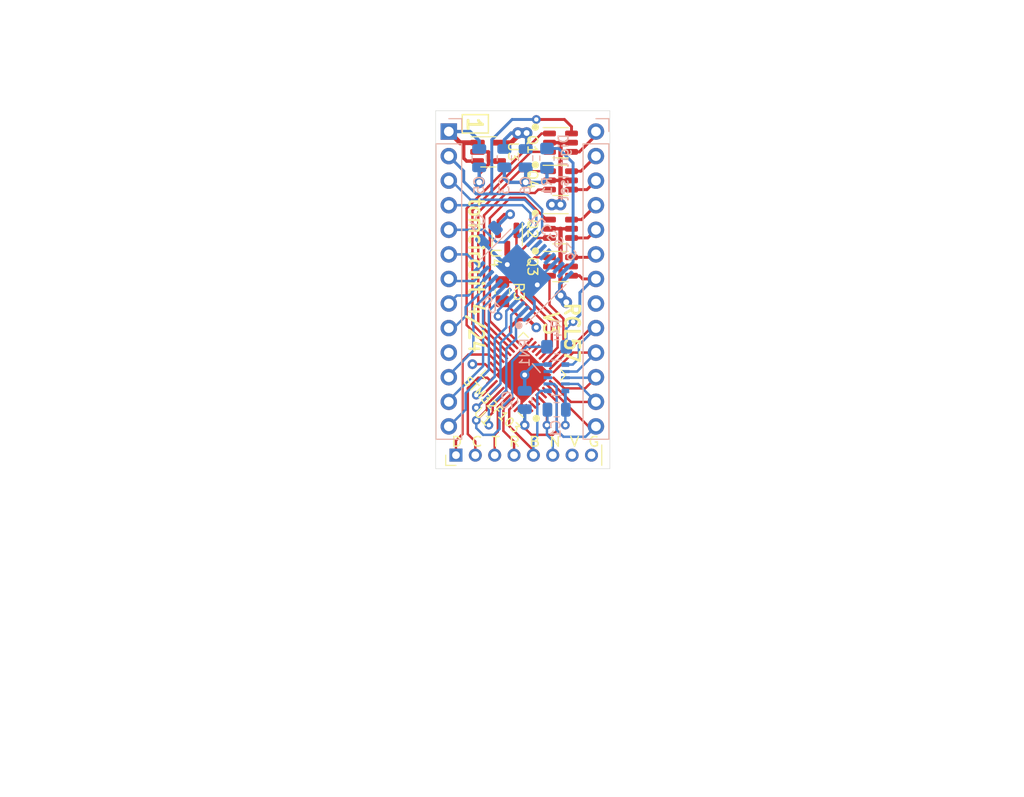
<source format=kicad_pcb>
(kicad_pcb (version 20221018) (generator pcbnew)
  (layers (0 "F.Cu" signal) (1 "In1.Cu" mixed) (2 "In2.Cu" mixed) (31 "B.Cu" signal) (34 "B.Paste" user) (35 "F.Paste" user) (36 "B.SilkS" user "B.Silkscreen") (37 "F.SilkS" user "F.Silkscreen") (38 "B.Mask" user) (39 "F.Mask" user) (44 "Edge.Cuts" user))
  (net 0 "")
  (net 1 "GND")
  (net 2 "+3V3")
  (net 3 "+BATT")
  (net 6 "Net-(U2-IREF)")
  (net 9 "/NRST")
  (net 10 "/D1SP")
  (net 11 "/D2")
  (net 12 "/D3")
  (net 13 "/D4")
  (net 14 "/D5")
  (net 15 "/D6")
  (net 16 "/D7")
  (net 17 "/D8")
  (net 18 "/D9")
  (net 19 "/D10")
  (net 20 "/D11")
  (net 21 "/SG")
  (net 22 "/SF")
  (net 23 "/SE")
  (net 24 "/SC")
  (net 25 "/SB")
  (net 26 "/SA")
  (net 27 "/D12SD")
  (net 28 "/K5")
  (net 29 "/K4")
  (net 30 "/K3")
  (net 31 "/K2")
  (net 32 "/K1")
  (net 33 "/SWDIO")
  (net 34 "/SWCLK")
  (net 35 "/U1TXD")
  (net 36 "/U1RXD")
  (net 37 "/BOOT0")
  (net 38 "/P_DRIVE")
  (net 39 "/G_DRIVE")
  (net 40 "/A_DRIVE")
  (net 41 "/D_DRIVE")
  (net 42 "/C_DRIVE")
  (net 43 "/B_DRIVE")
  (net 44 "/F_DRIVE")
  (net 45 "/E_DRIVE")
  (net 46 "/MEMIO")
  (net 47 "/LATCH")
  (net 48 "/SCLK")
  (net 49 "/SDATA")
  (net 50 "/DIRECT")
  (footprint "Package_DFN_QFN:QFN-36-1EP_6x6mm_P0.5mm_EP4.1x4.1mm" (layer "F.Cu") (at 144.859999 107.309585 135)
    (fp_text reference "U1")
    (fp_text value "STM32F103TBUx")
  )
  (footprint "Package_TO_SOT_SMD:SOT-23-6" (layer "F.Cu") (at 148.7 92.2)
    (fp_text reference "Q2")
    (fp_text value "DMP2240UDM-7")
  )
  (footprint "Connector_PinHeader_2.00mm:PinHeader_1x08_P2.00mm_Vertical" (layer "F.Cu") (at 137.9 115.6 90)
    (fp_text reference "J3" hide)
    (fp_text value "STLINK" hide)
  )
  (footprint "Package_TO_SOT_SMD:SOT-23-6" (layer "F.Cu") (at 148.7 87.2)
    (fp_text reference "Q4")
    (fp_text value "DMP2240UDM-7")
  )
  (footprint "Resistor_SMD:R_0805_2012Metric_Pad1.20x1.40mm_HandSolder" (layer "F.Cu") (at 142.7 98.7 90)
    (fp_text reference "R3")
    (fp_text value "47K")
  )
  (footprint "Package_TO_SOT_SMD:SOT-23-6" (layer "F.Cu") (at 148.7 96.1)
    (fp_text reference "Q3")
    (fp_text value "DMP2240UDM-7")
  )
  (footprint "Package_TO_SOT_SMD:SOT-23" (layer "F.Cu") (at 143.2 93.3 -90)
    (fp_text reference "U4")
    (fp_text value "11AA080/TT")
  )
  (footprint "Package_TO_SOT_SMD:SOT-23-6" (layer "F.Cu") (at 148.7 83.3)
    (fp_text reference "Q1")
    (fp_text value "DMP2240UDM-7")
  )
  (footprint "Package_TO_SOT_SMD:SOT-23-5" (layer "F.Cu") (at 141.26 84.25)
    (fp_text reference "U3")
    (fp_text value "TLV70033_SOT23-5")
  )
  (footprint "Resistor_SMD:R_0805_2012Metric_Pad1.20x1.40mm_HandSolder" (layer "B.Cu") (at 148.3 104.4 180)
    (fp_text reference "R4")
    (fp_text value "330")
  )
  (footprint "Capacitor_SMD:C_0805_2012Metric" (layer "B.Cu") (at 145 109.9 90)
    (fp_text reference "C2")
    (fp_text value "100nF")
  )
  (footprint "Capacitor_SMD:C_0805_2012Metric" (layer "B.Cu") (at 142.9 84.9 -90)
    (fp_text reference "C3")
    (fp_text value "4.7uF")
  )
  (footprint "Capacitor_SMD:C_0805_2012Metric" (layer "B.Cu") (at 140.3 84.9 -90)
    (fp_text reference "C5")
    (fp_text value "100nF")
  )
  (footprint "Resistor_SMD:R_Array_Convex_5x0603" (layer "B.Cu") (at 148.3 107.6 180)
    (fp_text reference "RN1")
    (fp_text value "YC158TJR-072KL\n")
  )
  (footprint "Capacitor_SMD:C_0805_2012Metric" (layer "B.Cu") (at 145.1 84.9 -90)
    (fp_text reference "C6")
    (fp_text value "4.7uF")
  )
  (footprint "Capacitor_SMD:C_0805_2012Metric" (layer "B.Cu") (at 141.3 92.8 -135)
    (fp_text reference "C4")
    (fp_text value "100nF")
  )
  (footprint "Connector_PinHeader_2.54mm:PinHeader_1x13_P2.54mm_Vertical" (layer "B.Cu") (at 137.16 82.147058 180)
    (fp_text reference "J1" hide)
    (fp_text value "TMC1500 p1-13")
  )
  (footprint "Resistor_SMD:R_0805_2012Metric_Pad1.20x1.40mm_HandSolder" (layer "B.Cu") (at 147.3 84.9 -90)
    (fp_text reference "R1")
    (fp_text value "2K")
  )
  (footprint "Package_SO:TSSOP-24-1EP_4.4x7.8mm_P0.65mm_EP3.2x5mm" (layer "B.Cu") (at 144.859999 96.647056 45)
    (fp_text reference "U2")
    (fp_text value "TLC5929PWP")
  )
  (footprint "Connector_PinHeader_2.54mm:PinHeader_1x13_P2.54mm_Vertical" (layer "B.Cu") (at 152.36 82.147056 180)
    (fp_text reference "J2" hide)
    (fp_text value "TMC1500 p28-16")
  )
  (footprint "Capacitor_SMD:C_0805_2012Metric" (layer "B.Cu") (at 148.3 110.9 180)
    (fp_text reference "C1")
    (fp_text value "100nF")
  )
  (gr_line (start 146.6 107.05) (end 145.8 106.15) (stroke (width 0.15)) (layer "B.SilkS"))
  (gr_circle (center 144.4 102.2) (end 144.7 102.2) (stroke (width 0.15)) (fill solid) (layer "B.SilkS"))
  (gr_circle (center 146.1 90.6) (end 146.4 90.6) (stroke (width 0.15)) (fill solid) (layer "F.SilkS"))
  (gr_line (start 141.25 82.3) (end 138.55 82.3) (stroke (width 0.15)) (layer "F.SilkS"))
  (gr_circle (center 146.1 81.7) (end 146.4 81.7) (stroke (width 0.15)) (fill solid) (layer "F.SilkS"))
  (gr_line (start 138.55 80.4) (end 141.25 80.4) (stroke (width 0.15)) (layer "F.SilkS"))
  (gr_line (start 141.25 80.4) (end 141.25 82.3) (stroke (width 0.15)) (layer "F.SilkS"))
  (gr_circle (center 146.1 85.6) (end 146.4 85.6) (stroke (width 0.15)) (fill solid) (layer "F.SilkS"))
  (gr_circle (center 146.2 111.8) (end 146.5 111.8) (stroke (width 0.15)) (fill solid) (layer "F.SilkS"))
  (gr_line (start 138.55 82.3) (end 138.55 80.4) (stroke (width 0.15)) (layer "F.SilkS"))
  (gr_circle (center 146.1 94.5) (end 146.4 94.5) (stroke (width 0.15)) (fill solid) (layer "F.SilkS"))
  (gr_line (start 135.8 117) (end 149.8 117) (stroke (width 0.05)) (layer "Edge.Cuts"))
  (gr_line (start 135.8 117) (end 135.8 80) (stroke (width 0.05)) (layer "Edge.Cuts"))
  (gr_line (start 135.8 80) (end 153.8 80) (stroke (width 0.05)) (layer "Edge.Cuts"))
  (gr_line (start 153.8 80) (end 153.8 86.2) (stroke (width 0.05)) (layer "Edge.Cuts"))
  (gr_line (start 153.8 117) (end 153.8 86.2) (stroke (width 0.05)) (layer "Edge.Cuts"))
  (gr_line (start 149.8 117) (end 153.8 117) (stroke (width 0.05)) (layer "Edge.Cuts"))
  (gr_text "Digit Iset" (at 149.6 82.3 90) (layer "B.SilkS") (effects (font (size 1 1)) (justify left bottom mirror)))
  (gr_text "D C T R B N V G" (at 137.3 114.8) (layer "F.SilkS") (effects (font (size 1 1.18)) (justify left bottom)))
  (gr_text "tomcircuit 4/24" (at 139.1 88.9 270) (layer "F.SilkS") (effects (font (size 1.5 1.3) (thickness 0.25) bold) (justify left bottom)))
  (gr_text "1" (at 138.95 80.5 -90) (layer "F.SilkS") (effects (font (size 1.5 1.5) (thickness 0.3) bold) (justify left bottom)))
  (gr_text "V3" (at 147.7 102 270) (layer "F.SilkS") (effects (font (size 1.5 1.3) (thickness 0.25) bold)))
  (gr_text "RCL57" (at 149 99.7 270) (layer "F.SilkS") (effects (font (size 1.5 1.3) (thickness 0.28) bold) (justify left bottom)))
  (segment (start 144.859999 107.309585) (end 144.684631 107.484953) (width 0.25) (layer "F.Cu") (net 1))
  (segment (start 144.684631 110.315369) (end 144.227122 110.772878) (width 0.25) (layer "F.Cu") (net 1))
  (segment (start 146.866415 109.316) (end 144.859999 107.309585) (width 0.25) (layer "F.Cu") (net 1))
  (segment (start 144.684631 107.484953) (end 144.684631 110.315369) (width 0.25) (layer "F.Cu") (net 1))
  (segment (start 141.26 85.2) (end 141.26 84.25) (width 0.35) (layer "F.Cu") (net 1))
  (segment (start 142.3975 85.2) (end 141.26 85.2) (width 0.35) (layer "F.Cu") (net 1))
  (segment (start 144.859999 107.309585) (end 142.738679 107.309583) (width 0.25) (layer "F.Cu") (net 1))
  (segment (start 144.859999 104.516514) (end 145.4522 103.924313) (width 0.25) (layer "F.Cu") (net 1))
  (segment (start 140.1225 84.25) (end 141.26 84.25) (width 0.35) (layer "F.Cu") (net 1))
  (segment (start 141.26 85.54) (end 141.26 85.2) (width 0.35) (layer "F.Cu") (net 1))
  (segment (start 140.3 86.5) (end 141.26 85.54) (width 0.35) (layer "F.Cu") (net 1))
  (segment (start 140.3 87.4) (end 140.3 86.5) (width 0.35) (layer "F.Cu") (net 1))
  (segment (start 144.859999 107.309585) (end 144.859999 104.516514) (width 0.25) (layer "F.Cu") (net 1))
  (segment (start 143.2 94.2375) (end 143.2 95.9) (width 0.3) (layer "F.Cu") (net 1))
  (segment (start 145.4522 103.924313) (end 145.4522 103.888956) (width 0.25) (layer "F.Cu") (net 1))
  (segment (start 142.738679 107.309583) (end 141.792923 106.36383) (width 0.25) (layer "F.Cu") (net 1))
  (via (at 149.2 112.5) (size 0.9) (drill 0.45) (layers "F.Cu" "B.Cu") (net 1))
  (via (at 145.1 87.4) (size 1.2) (drill 0.6) (layers "F.Cu" "B.Cu") (net 1))
  (via (at 140.3 87.4) (size 1.2) (drill 0.6) (layers "F.Cu" "B.Cu") (net 1))
  (via (at 145 107.309585) (size 1) (drill 0.5) (layers "F.Cu" "B.Cu") (net 1))
  (via (at 146.3 98) (size 1) (drill 0.5) (layers "F.Cu" "B.Cu") (net 1))
  (via (at 143.2 95.9) (size 1) (drill 0.5) (layers "F.Cu" "B.Cu") (net 1))
  (segment (start 143.5 95.9) (end 143.2 96.9) (width 0.3) (layer "B.Cu") (net 1))
  (segment (start 149.2 110.85) (end 149.25 110.9) (width 0.3) (layer "B.Cu") (net 1))
  (segment (start 144.859999 107.309585) (end 144.890415 107.309585) (width 0.25) (layer "B.Cu") (net 1))
  (segment (start 143.2 96.9) (end 146 99.7) (width 0.3) (layer "B.Cu") (net 1))
  (segment (start 149.2 108.96) (end 149.2 110.85) (width 0.3) (layer "B.Cu") (net 1))
  (segment (start 147.3 87) (end 147.3 85.9) (width 0.35) (layer "B.Cu") (net 1))
  (segment (start 144.890415 107.309585) (end 145.96 106.24) (width 0.3) (layer "B.Cu") (net 1))
  (segment (start 142.9 87) (end 142.9 85.85) (width 0.35) (layer "B.Cu") (net 1))
  (segment (start 149.2 112.5) (end 149.2 110.95) (width 0.25) (layer "B.Cu") (net 1))
  (segment (start 143 95.9) (end 143.5 95.9) (width 0.35) (layer "B.Cu") (net 1))
  (segment (start 140.628249 93.528249) (end 143 95.9) (width 0.35) (layer "B.Cu") (net 1))
  (segment (start 146.5 97.305152) (end 144.905152 97.305152) (width 0.25) (layer "B.Cu") (net 1))
  (segment (start 145.1 87.4) (end 145.1 85.85) (width 0.35) (layer "B.Cu") (net 1))
  (segment (start 145.1 87.4) (end 146.9 87.4) (width 0.35) (layer "B.Cu") (net 1))
  (segment (start 144.905152 97.305152) (end 143.5 95.9) (width 0.25) (layer "B.Cu") (net 1))
  (segment (start 146 100.56287) (end 145.363814 101.199056) (width 0.3) (layer "B.Cu") (net 1))
  (segment (start 140.3 85.85) (end 140.3 87.4) (width 0.35) (layer "B.Cu") (net 1))
  (segment (start 148.033141 95.772011) (end 146.5 97.305152) (width 0.25) (layer "B.Cu") (net 1))
  (segment (start 145.96 106.24) (end 147.4 106.24) (width 0.3) (layer "B.Cu") (net 1))
  (segment (start 146 99.7) (end 146 100.56287) (width 0.3) (layer "B.Cu") (net 1))
  (segment (start 140.628249 93.471751) (end 140.628249 93.528249) (width 0.35) (layer "B.Cu") (net 1))
  (segment (start 143.3 87.4) (end 142.9 87) (width 0.35) (layer "B.Cu") (net 1))
  (segment (start 149.2 110.95) (end 149.25 110.9) (width 0.25) (layer "B.Cu") (net 1))
  (segment (start 145 108.95) (end 145 107.449586) (width 0.35) (layer "B.Cu") (net 1))
  (segment (start 146.9 87.4) (end 147.3 87) (width 0.35) (layer "B.Cu") (net 1))
  (segment (start 143.3 87.4) (end 145.1 87.4) (width 0.35) (layer "B.Cu") (net 1))
  (segment (start 145 107.449586) (end 144.859999 107.309585) (width 0.35) (layer "B.Cu") (net 1))
  (segment (start 143.7 102.2) (end 143.5 102.4) (width 0.35) (layer "F.Cu") (net 2))
  (segment (start 144.3 82.3) (end 145.2 82.3) (width 1) (layer "F.Cu") (net 2))
  (segment (start 148.7 96.1) (end 148.7 92.2) (width 0.45) (layer "F.Cu") (net 2))
  (segment (start 143.5 90.7) (end 142.9 90.7) (width 0.3) (layer "F.Cu") (net 2))
  (segment (start 148.7 83.3) (end 147.5625 83.3) (width 0.35) (layer "F.Cu") (net 2))
  (segment (start 148.7 96.1) (end 149.8375 96.1) (width 0.3) (layer "F.Cu") (net 2))
  (segment (start 148.7 87.2) (end 149.8375 87.2) (width 0.35) (layer "F.Cu") (net 2))
  (segment (start 147.5625 92.2) (end 148.7 92.2) (width 0.35) (layer "F.Cu") (net 2))
  (segment (start 144.3 82.3) (end 144.3 82.6) (width 0.5) (layer "F.Cu") (net 2))
  (segment (start 148.7 99.2) (end 148.7 96.1) (width 0.45) (layer "F.Cu") (net 2))
  (segment (start 148.7 99.2) (end 149.3 99.8) (width 1) (layer "F.Cu") (net 2))
  (segment (start 148.3 110.042477) (end 148.3 113.1) (width 0.25) (layer "F.Cu") (net 2))
  (segment (start 148.7 96.1) (end 147.5625 96.1) (width 0.3) (layer "F.Cu") (net 2))
  (segment (start 148.7 83.3) (end 149.8375 83.3) (width 0.35) (layer "F.Cu") (net 2))
  (segment (start 143.5 103.121155) (end 144.267798 103.888953) (width 0.25) (layer "F.Cu") (net 2))
  (segment (start 147.9 113.5) (end 145.7 113.5) (width 0.25) (layer "F.Cu") (net 2))
  (segment (start 144.3 82.6) (end 143.6 83.3) (width 0.5) (layer "F.Cu") (net 2))
  (segment (start 148.3 113.1) (end 147.9 113.5) (width 0.25) (layer "F.Cu") (net 2))
  (segment (start 145 112.5) (end 145 111.182413) (width 0.25) (layer "F.Cu") (net 2))
  (segment (start 143.6 83.3) (end 142.41 83.3) (width 0.5) (layer "F.Cu") (net 2))
  (segment (start 144.3 101.2) (end 142.8 99.7) (width 0.25) (layer "F.Cu") (net 2))
  (segment (start 145.7 113.5) (end 145 112.8) (width 0.25) (layer "F.Cu") (net 2))
  (segment (start 145.4 101.6) (end 144.3 101.6) (width 0.35) (layer "F.Cu") (net 2))
  (segment (start 142.8 99.7) (end 142.7 99.7) (width 0.25) (layer "F.Cu") (net 2))
  (segment (start 142.9 90.7) (end 142.25 91.35) (width 0.3) (layer "F.Cu") (net 2))
  (segment (start 142.25 91.35) (end 142.25 92.3625) (width 0.3) (layer "F.Cu") (net 2))
  (segment (start 148.7 89.7) (end 148.7 87.2) (width 0.45) (layer "F.Cu") (net 2))
  (segment (start 140.921989 106.2) (end 139.600002 106.2) (width 0.25) (layer "F.Cu") (net 2))
  (segment (start 145 112.8) (end 145 112.5) (width 0.25) (layer "F.Cu") (net 2))
  (segment (start 144.3 101.6) (end 143.7 102.2) (width 0.35) (layer "F.Cu") (net 2))
  (segment (start 143.5 102.4) (end 143.5 103.121155) (width 0.25) (layer "F.Cu") (net 2))
  (segment (start 145 111.182413) (end 145.452201 110.730212) (width 0.25) (layer "F.Cu") (net 2))
  (segment (start 148.7 92.2) (end 149.8375 92.2) (width 0.35) (layer "F.Cu") (net 2))
  (segment (start 148.7 87.2) (end 147.5625 87.2) (width 0.35) (layer "F.Cu") (net 2))
  (segment (start 148.7 99.1) (end 148.7 99.2) (width 1) (layer "F.Cu") (net 2))
  (segment (start 147.219969 108.962446) (end 148.3 110.042477) (width 0.25) (layer "F.Cu") (net 2))
  (segment (start 141.43937 106.717381) (end 140.921989 106.2) (width 0.25) (layer "F.Cu") (net 2))
  (segment (start 144.3 101.6) (end 144.3 101.2) (width 0.25) (layer "F.Cu") (net 2))
  (segment (start 148.7 87.2) (end 148.7 83.3) (width 0.45) (layer "F.Cu") (net 2))
  (segment (start 146.2 102.4) (end 145.4 101.6) (width 0.35) (layer "F.Cu") (net 2))
  (via (at 145.2 82.3) (size 1.2) (drill 0.6) (layers "F.Cu" "B.Cu") (net 2))
  (via (at 148.7 99.1) (size 1.2) (drill 0.6) (layers "F.Cu" "B.Cu") (net 2))
  (via (at 145 112.5) (size 1) (drill 0.5) (layers "F.Cu" "B.Cu") (net 2))
  (via (at 147.8 89.7) (size 1.2) (drill 0.6) (layers "F.Cu" "B.Cu") (net 2))
  (via (at 148.7 89.7) (size 1.2) (drill 0.6) (layers "F.Cu" "B.Cu") (net 2))
  (via (at 139.600002 106.2) (size 1) (drill 0.5) (layers "F.Cu" "B.Cu") (net 2))
  (via (at 144.3 82.3) (size 1.2) (drill 0.6) (layers "F.Cu" "B.Cu") (net 2))
  (via (at 149.3 99.8) (size 1.2) (drill 0.6) (layers "F.Cu" "B.Cu") (net 2))
  (via (at 146.2 102.4) (size 1) (drill 0.5) (layers "F.Cu" "B.Cu") (net 2))
  (via (at 143.5 90.7) (size 1) (drill 0.5) (layers "F.Cu" "B.Cu") (net 2))
  (segment (start 145 112.3) (end 144.8 112.5) (width 0.35) (layer "B.Cu") (net 2))
  (segment (start 142.9 83) (end 142.9 83.95) (width 0.35) (layer "B.Cu") (net 2))
  (segment (start 148.6 97.962869) (end 149.420838 97.142031) (width 0.3) (layer "B.Cu") (net 2))
  (segment (start 143.5 90.7) (end 143.4 90.7) (width 0.35) (layer "B.Cu") (net 2))
  (segment (start 148.6 99.1) (end 148.6 97.962869) (width 0.3) (layer "B.Cu") (net 2))
  (segment (start 144.3 82.3) (end 143.6 82.3) (width 0.35) (layer "B.Cu") (net 2))
  (segment (start 145.2 82.3) (end 145.2 83.85) (width 0.35) (layer "B.Cu") (net 2))
  (segment (start 143.6 82.3) (end 142.9 83) (width 0.35) (layer "B.Cu") (net 2))
  (segment (start 145.2 83.85) (end 145.1 83.95) (width 0.35) (layer "B.Cu") (net 2))
  (segment (start 149.3 99.8) (end 148.6 99.1) (width 1) (layer "B.Cu") (net 2))
  (segment (start 144.3 82.3) (end 145.2 82.3) (width 1) (layer "B.Cu") (net 2))
  (segment (start 145 110.85) (end 145 112.3) (width 0.35) (layer "B.Cu") (net 2))
  (segment (start 143.4 90.7) (end 141.971751 92.128249) (width 0.35) (layer "B.Cu") (net 2))
  (segment (start 147.8 89.7) (end 148.7 89.7) (width 1) (layer "B.Cu") (net 2))
  (segment (start 139 85.202944) (end 138.7 84.902944) (width 0.35) (layer "F.Cu") (net 3))
  (segment (start 137.312943 82.300001) (end 137.16 82.147058) (width 0.35) (layer "F.Cu") (net 3))
  (segment (start 138.312943 83.300001) (end 137.312943 82.300001) (width 0.5) (layer "F.Cu") (net 3))
  (segment (start 140.119556 85.202944) (end 139 85.202944) (width 0.35) (layer "F.Cu") (net 3))
  (segment (start 140.1225 83.3) (end 138.312943 83.300001) (width 0.5) (layer "F.Cu") (net 3))
  (segment (start 138.7 84.902944) (end 138.7 83.300001) (width 0.35) (layer "F.Cu") (net 3))
  (segment (start 139.347058 82.147058) (end 140.3 83.1) (width 0.35) (layer "B.Cu") (net 3))
  (segment (start 140.3 83.1) (end 140.3 83.95) (width 0.35) (layer "B.Cu") (net 3))
  (segment (start 137.16 82.147058) (end 137.16 82.16) (width 0.35) (layer "B.Cu") (net 3))
  (segment (start 137.16 82.147058) (end 139.347058 82.147058) (width 0.35) (layer "B.Cu") (net 3))
  (segment (start 148.961218 96.682411) (end 150 95.643629) (width 0.3) (layer "B.Cu") (net 6))
  (segment (start 148.5 83.9) (end 147.3 83.9) (width 0.3) (layer "B.Cu") (net 6))
  (segment (start 150 95.643629) (end 150 85.4) (width 0.3) (layer "B.Cu") (net 6))
  (segment (start 150 85.4) (end 148.5 83.9) (width 0.3) (layer "B.Cu") (net 6))
  (segment (start 146.512863 109.669554) (end 147.3 110.456691) (width 0.25) (layer "F.Cu") (net 9))
  (segment (start 147.3 110.456691) (end 147.3 112.499998) (width 0.25) (layer "F.Cu") (net 9))
  (via (at 147.3 112.5) (size 0.9) (drill 0.45) (layers "F.Cu" "B.Cu") (net 9))
  (segment (start 147.9 114.1) (end 147.3 113.5) (width 0.25) (layer "B.Cu") (net 9))
  (segment (start 147.35 112.45) (end 147.3 112.5) (width 0.25) (layer "B.Cu") (net 9))
  (segment (start 147.3 113.5) (end 147.3 112.5) (width 0.25) (layer "B.Cu") (net 9))
  (segment (start 147.35 110.9) (end 147.35 112.45) (width 0.25) (layer "B.Cu") (net 9))
  (segment (start 147.9 115.6) (end 147.9 114.1) (width 0.25) (layer "B.Cu") (net 9))
  (segment (start 149.1 80.9) (end 149.8375 81.6375) (width 0.3) (layer "F.Cu") (net 10))
  (segment (start 146.2 80.9) (end 149.1 80.9) (width 0.3) (layer "F.Cu") (net 10))
  (segment (start 149.8375 81.6375) (end 149.8375 82.35) (width 0.3) (layer "F.Cu") (net 10))
  (via (at 146.2 80.9) (size 0.9) (drill 0.45) (layers "F.Cu" "B.Cu") (net 10))
  (segment (start 138.7 86.227057) (end 137.16 84.687057) (width 0.3) (layer "B.Cu") (net 10))
  (segment (start 146.8 90.2) (end 145.2 88.6) (width 0.25) (layer "B.Cu") (net 10))
  (segment (start 145.2 88.6) (end 141.6 88.6) (width 0.25) (layer "B.Cu") (net 10))
  (segment (start 141.6 83) (end 143.7 80.9) (width 0.3) (layer "B.Cu") (net 10))
  (segment (start 138.7 87.308148) (end 138.7 86.227057) (width 0.3) (layer "B.Cu") (net 10))
  (segment (start 141.6 88.6) (end 141.6 83) (width 0.3) (layer "B.Cu") (net 10))
  (segment (start 139.991852 88.6) (end 138.7 87.308148) (width 0.3) (layer "B.Cu") (net 10))
  (segment (start 146.8 92.408958) (end 146.8 90.2) (width 0.25) (layer "B.Cu") (net 10))
  (segment (start 145.735044 93.473914) (end 146.8 92.408958) (width 0.25) (layer "B.Cu") (net 10))
  (segment (start 141.6 88.6) (end 139.991852 88.6) (width 0.3) (layer "B.Cu") (net 10))
  (segment (start 143.7 80.9) (end 146.2 80.9) (width 0.3) (layer "B.Cu") (net 10))
  (segment (start 145 89.2) (end 139.4 89.2) (width 0.25) (layer "B.Cu") (net 11))
  (segment (start 146.2 92.089719) (end 146.2 90.4) (width 0.25) (layer "B.Cu") (net 11))
  (segment (start 137.427058 87.227058) (end 137.16 87.227058) (width 0.25) (layer "B.Cu") (net 11))
  (segment (start 145.285705 93.014295) (end 145.275424 93.014295) (width 0.25) (layer "B.Cu") (net 11))
  (segment (start 139.4 89.2) (end 137.427058 87.227058) (width 0.25) (layer "B.Cu") (net 11))
  (segment (start 145.275424 93.014295) (end 146.2 92.089719) (width 0.25) (layer "B.Cu") (net 11))
  (segment (start 146.2 90.4) (end 145 89.2) (width 0.25) (layer "B.Cu") (net 11))
  (segment (start 145.6 91.770481) (end 144.815805 92.554676) (width 0.25) (layer "B.Cu") (net 12))
  (segment (start 137.16 89.767058) (end 144.767058 89.767058) (width 0.25) (layer "B.Cu") (net 12))
  (segment (start 144.767058 89.767058) (end 145.6 90.6) (width 0.25) (layer "B.Cu") (net 12))
  (segment (start 145.6 90.6) (end 145.6 91.770481) (width 0.25) (layer "B.Cu") (net 12))
  (segment (start 142.1 93.6) (end 142.851241 93.6) (width 0.25) (layer "B.Cu") (net 13))
  (segment (start 140.807058 92.307058) (end 142.1 93.6) (width 0.25) (layer "B.Cu") (net 13))
  (segment (start 137.16 92.307058) (end 140.807058 92.307058) (width 0.25) (layer "B.Cu") (net 13))
  (segment (start 142.851241 93.6) (end 144.365024 92.086217) (width 0.25) (layer "B.Cu") (net 13))
  (segment (start 137.16 94.847058) (end 139.047058 94.847058) (width 0.25) (layer "B.Cu") (net 14))
  (segment (start 140.307999 96.107999) (end 140.307999 96.143242) (width 0.25) (layer "B.Cu") (net 14))
  (segment (start 139.047058 94.847058) (end 140.307999 96.107999) (width 0.25) (layer "B.Cu") (net 14))
  (segment (start 137.16 97.387058) (end 137.372942 97.6) (width 0.25) (layer "B.Cu") (net 15))
  (segment (start 139.770481 97.6) (end 140.767619 96.602862) (width 0.25) (layer "B.Cu") (net 15))
  (segment (start 137.372942 97.6) (end 139.770481 97.6) (width 0.25) (layer "B.Cu") (net 15))
  (segment (start 139.189719 99.1) (end 141.227238 97.062481) (width 0.25) (layer "B.Cu") (net 16))
  (segment (start 137.987054 99.1) (end 139.189719 99.1) (width 0.25) (layer "B.Cu") (net 16))
  (segment (start 137.159997 99.927057) (end 137.987054 99.1) (width 0.25) (layer "B.Cu") (net 16))
  (segment (start 141.191027 98.008973) (end 141.199985 98.008973) (width 0.25) (layer "B.Cu") (net 17))
  (segment (start 137.16 102.467058) (end 137.661139 102.467058) (width 0.25) (layer "B.Cu") (net 17))
  (segment (start 138.9 100.3) (end 141.191027 98.008973) (width 0.25) (layer "B.Cu") (net 17))
  (segment (start 141.199985 98.008973) (end 141.686857 97.522101) (width 0.25) (layer "B.Cu") (net 17))
  (segment (start 138.9 101.228197) (end 138.9 100.3) (width 0.25) (layer "B.Cu") (net 17))
  (segment (start 137.661139 102.467058) (end 138.9 101.228197) (width 0.25) (layer "B.Cu") (net 17))
  (segment (start 137.16 102.467056) (end 137.661142 102.467056) (width 0.25) (layer "B.Cu") (net 17))
  (segment (start 139.7 100.428197) (end 142.146477 97.98172) (width 0.25) (layer "B.Cu") (net 18))
  (segment (start 137.16 107.34) (end 139.7 104.8) (width 0.25) (layer "B.Cu") (net 18))
  (segment (start 139.7 104.8) (end 139.7 100.428197) (width 0.25) (layer "B.Cu") (net 18))
  (segment (start 137.16 107.547058) (end 137.16 107.34) (width 0.25) (layer "B.Cu") (net 18))
  (segment (start 137.16 109.94) (end 140.7 106.4) (width 0.25) (layer "B.Cu") (net 19))
  (segment (start 137.16 110.087058) (end 137.16 109.94) (width 0.25) (layer "B.Cu") (net 19))
  (segment (start 140.7 106.4) (end 140.7 100.347435) (width 0.25) (layer "B.Cu") (net 19))
  (segment (start 140.7 100.347435) (end 142.606096 98.441339) (width 0.25) (layer "B.Cu") (net 19))
  (segment (start 141.3 100.666675) (end 143.065716 98.900959) (width 0.25) (layer "B.Cu") (net 20))
  (segment (start 137.172942 112.627058) (end 138.9 110.9) (width 0.25) (layer "B.Cu") (net 20))
  (segment (start 138.9 110.9) (end 138.9 109.2) (width 0.25) (layer "B.Cu") (net 20))
  (segment (start 137.159999 112.627058) (end 137.172942 112.627058) (width 0.25) (layer "B.Cu") (net 20))
  (segment (start 141.3 106.8) (end 141.3 100.666675) (width 0.25) (layer "B.Cu") (net 20))
  (segment (start 138.9 109.2) (end 141.3 106.8) (width 0.25) (layer "B.Cu") (net 20))
  (segment (start 149.8375 84.25) (end 150.65 84.25) (width 0.3) (layer "F.Cu") (net 21))
  (segment (start 150.65 84.25) (end 152.36 82.54) (width 0.3) (layer "F.Cu") (net 21))
  (segment (start 152.36 82.54) (end 152.36 82.147056) (width 0.3) (layer "F.Cu") (net 21))
  (segment (start 149.8375 86.25) (end 150.797056 86.25) (width 0.3) (layer "F.Cu") (net 22))
  (segment (start 150.797056 86.25) (end 152.36 84.687056) (width 0.3) (layer "F.Cu") (net 22))
  (segment (start 151.437056 88.15) (end 152.36 87.227056) (width 0.3) (layer "F.Cu") (net 23))
  (segment (start 149.8375 88.15) (end 151.437056 88.15) (width 0.3) (layer "F.Cu") (net 23))
  (segment (start 150.877056 91.25) (end 152.36 89.767056) (width 0.3) (layer "F.Cu") (net 24))
  (segment (start 149.8375 91.25) (end 150.877056 91.25) (width 0.3) (layer "F.Cu") (net 24))
  (segment (start 149.8375 93.15) (end 151.517056 93.15) (width 0.3) (layer "F.Cu") (net 25))
  (segment (start 151.517056 93.15) (end 152.36 92.307056) (width 0.3) (layer "F.Cu") (net 25))
  (segment (start 149.8375 95.15) (end 152.057056 95.15) (width 0.3) (layer "F.Cu") (net 26))
  (segment (start 152.057056 95.15) (end 152.36 94.847056) (width 0.3) (layer "F.Cu") (net 26))
  (segment (start 152.347056 94.847056) (end 152.36 94.847056) (width 0.25) (layer "B.Cu") (net 26))
  (segment (start 151.012944 97.387056) (end 152.36 97.387056) (width 0.3) (layer "F.Cu") (net 27))
  (segment (start 151 97.4) (end 151.012944 97.387056) (width 0.3) (layer "F.Cu") (net 27))
  (segment (start 150.65 97.05) (end 151 97.4) (width 0.3) (layer "F.Cu") (net 27))
  (segment (start 149.8375 97.05) (end 150.65 97.05) (width 0.3) (layer "F.Cu") (net 27))
  (via (at 150 101.8) (size 0.9) (drill 0.45) (layers "F.Cu" "B.Cu") (net 27))
  (via (at 142.25 101.25) (size 0.9) (drill 0.45) (layers "F.Cu" "B.Cu") (net 27))
  (segment (start 150.7 101.1) (end 150.7 98.8) (width 0.3) (layer "B.Cu") (net 27))
  (segment (start 150.7 98.8) (end 152.112944 97.387056) (width 0.3) (layer "B.Cu") (net 27))
  (segment (start 152.312944 97.387056) (end 152.36 97.387056) (width 0.25) (layer "B.Cu") (net 27))
  (segment (start 149.3 102.5) (end 150 101.8) (width 0.25) (layer "B.Cu") (net 27))
  (segment (start 142.25 100.635913) (end 142.25 101.25) (width 0.25) (layer "B.Cu") (net 27))
  (segment (start 143.516496 99.369417) (end 142.25 100.635913) (width 0.25) (layer "B.Cu") (net 27))
  (segment (start 149.3 104.4) (end 149.3 102.5) (width 0.25) (layer "B.Cu") (net 27))
  (segment (start 150 101.8) (end 150.7 101.1) (width 0.3) (layer "B.Cu") (net 27))
  (segment (start 152.112944 97.387056) (end 152.36 97.387056) (width 0.3) (layer "B.Cu") (net 27))
  (segment (start 147.927075 106.36383) (end 151.823849 102.467056) (width 0.25) (layer "F.Cu") (net 28))
  (segment (start 151.823849 102.467056) (end 152.359999 102.467056) (width 0.25) (layer "F.Cu") (net 28))
  (segment (start 149.96 106.24) (end 150.6 105.6) (width 0.25) (layer "B.Cu") (net 28))
  (segment (start 150.6 105.6) (end 150.6 104.227056) (width 0.25) (layer "B.Cu") (net 28))
  (segment (start 150.6 104.227056) (end 152.36 102.467056) (width 0.25) (layer "B.Cu") (net 28))
  (segment (start 152.36 102.84) (end 152.36 102.467056) (width 0.25) (layer "B.Cu") (net 28))
  (segment (start 149.2 106.24) (end 149.96 106.24) (width 0.25) (layer "B.Cu") (net 28))
  (segment (start 152.352941 105) (end 152.359999 105.007058) (width 0.25) (layer "F.Cu") (net 29))
  (segment (start 148.280628 106.717383) (end 149.998011 105) (width 0.25) (layer "F.Cu") (net 29))
  (segment (start 149.998011 105) (end 152.352941 105) (width 0.25) (layer "F.Cu") (net 29))
  (segment (start 150.407056 106.96) (end 152.36 105.007056) (width 0.25) (layer "B.Cu") (net 29))
  (segment (start 149.2 106.96) (end 150.407056 106.96) (width 0.25) (layer "B.Cu") (net 29))
  (segment (start 149.078841 108.7) (end 151.247059 108.7) (width 0.25) (layer "F.Cu") (net 30))
  (segment (start 148.280628 107.901787) (end 149.078841 108.7) (width 0.25) (layer "F.Cu") (net 30))
  (segment (start 151.247059 108.7) (end 152.4 107.547059) (width 0.25) (layer "F.Cu") (net 30))
  (segment (start 149.2 107.6) (end 152.307056 107.6) (width 0.25) (layer "B.Cu") (net 30))
  (segment (start 152.312944 107.5) (end 152.36 107.547056) (width 0.25) (layer "B.Cu") (net 30))
  (segment (start 152.307056 107.6) (end 152.36 107.547056) (width 0.25) (layer "B.Cu") (net 30))
  (segment (start 152.347056 110.1) (end 152.359999 110.087057) (width 0.25) (layer "F.Cu") (net 31))
  (segment (start 147.927075 108.25534) (end 149.771735 110.1) (width 0.25) (layer "F.Cu") (net 31))
  (segment (start 149.771735 110.1) (end 152.347056 110.1) (width 0.25) (layer "F.Cu") (net 31))
  (segment (start 152.36 110) (end 152.36 110.087056) (width 0.25) (layer "B.Cu") (net 31))
  (segment (start 150.512944 108.24) (end 152.36 110.087056) (width 0.25) (layer "B.Cu") (net 31))
  (segment (start 149.2 108.24) (end 150.512944 108.24) (width 0.25) (layer "B.Cu") (net 31))
  (segment (start 147.573521 108.608894) (end 151.591685 112.627058) (width 0.25) (layer "F.Cu") (net 32))
  (segment (start 151.591685 112.627058) (end 152.359999 112.627058) (width 0.25) (layer "F.Cu") (net 32))
  (segment (start 147.4 108.24) (end 148.04 108.24) (width 0.25) (layer "B.Cu") (net 32))
  (segment (start 148.04 108.24) (end 148.3 108.5) (width 0.25) (layer "B.Cu") (net 32))
  (segment (start 148.3 108.5) (end 148.3 113) (width 0.25) (layer "B.Cu") (net 32))
  (segment (start 151.287056 113.7) (end 152.36 112.627056) (width 0.25) (layer "B.Cu") (net 32))
  (segment (start 149 113.7) (end 151.287056 113.7) (width 0.25) (layer "B.Cu") (net 32))
  (segment (start 148.3 113) (end 149 113.7) (width 0.25) (layer "B.Cu") (net 32))
  (segment (start 142.146478 106.010274) (end 141.336204 105.2) (width 0.25) (layer "F.Cu") (net 33))
  (segment (start 138.575 113.425) (end 137.9 114.1) (width 0.25) (layer "F.Cu") (net 33))
  (segment (start 141.336204 105.2) (end 139.2 105.2) (width 0.25) (layer "F.Cu") (net 33))
  (segment (start 137.9 114.1) (end 137.9 115.6) (width 0.25) (layer "F.Cu") (net 33))
  (segment (start 138.575 105.825) (end 138.575 113.425) (width 0.25) (layer "F.Cu") (net 33))
  (segment (start 139.2 105.2) (end 138.575 105.825) (width 0.25) (layer "F.Cu") (net 33))
  (segment (start 141.137585 107.6) (end 140.2 107.6) (width 0.25) (layer "F.Cu") (net 34))
  (segment (start 139.7 115.58) (end 139.72 115.6) (width 0.25) (layer "F.Cu") (net 34))
  (segment (start 140.2 107.6) (end 139.125 108.675) (width 0.25) (layer "F.Cu") (net 34))
  (segment (start 139.9 114.2) (end 139.9 115.6) (width 0.25) (layer "F.Cu") (net 34))
  (segment (start 139.125 113.425) (end 139.9 114.2) (width 0.25) (layer "F.Cu") (net 34))
  (segment (start 141.439372 107.901787) (end 141.137585 107.6) (width 0.25) (layer "F.Cu") (net 34))
  (segment (start 139.125 108.675) (end 139.125 113.425) (width 0.25) (layer "F.Cu") (net 34))
  (segment (start 143.207136 109.669554) (end 142.225 110.65169) (width 0.25) (layer "F.Cu") (net 35))
  (segment (start 142.225 110.65169) (end 142.225 113.175) (width 0.25) (layer "F.Cu") (net 35))
  (segment (start 141.9 113.5) (end 141.9 115.6) (width 0.25) (layer "F.Cu") (net 35))
  (segment (start 142.225 113.175) (end 141.9 113.5) (width 0.25) (layer "F.Cu") (net 35))
  (segment (start 143.560691 110.023107) (end 142.8 110.783798) (width 0.25) (layer "F.Cu") (net 36))
  (segment (start 142.8 110.783798) (end 142.8 113.1) (width 0.25) (layer "F.Cu") (net 36))
  (segment (start 142.8 113.1) (end 143.9 114.2) (width 0.25) (layer "F.Cu") (net 36))
  (segment (start 143.9 114.2) (end 143.9 115.6) (width 0.25) (layer "F.Cu") (net 36))
  (segment (start 143.4 110.890905) (end 143.914244 110.376661) (width 0.25) (layer "F.Cu") (net 37))
  (segment (start 143.4 112.6) (end 143.4 110.890905) (width 0.25) (layer "F.Cu") (net 37))
  (segment (start 145.9 115.1) (end 143.4 112.6) (width 0.25) (layer "F.Cu") (net 37))
  (segment (start 145.9 115.6) (end 145.9 115.1) (width 0.25) (layer "F.Cu") (net 37))
  (segment (start 145.9 114) (end 146.3 113.6) (width 0.25) (layer "B.Cu") (net 37))
  (segment (start 146.64 108.96) (end 147.4 108.96) (width 0.25) (layer "B.Cu") (net 37))
  (segment (start 146.3 109.3) (end 146.64 108.96) (width 0.25) (layer "B.Cu") (net 37))
  (segment (start 146.3 113.6) (end 146.3 109.3) (width 0.25) (layer "B.Cu") (net 37))
  (segment (start 145.9 115.6) (end 145.9 114) (width 0.25) (layer "B.Cu") (net 37))
  (segment (start 139 102.156689) (end 139 90.1) (width 0.25) (layer "F.Cu") (net 38))
  (segment (start 139 90.1) (end 140.675 88.425) (width 0.25) (layer "F.Cu") (net 38))
  (segment (start 140.683148 88.425) (end 141.225 87.883148) (width 0.25) (layer "F.Cu") (net 38))
  (segment (start 142.500031 105.65672) (end 139 102.156689) (width 0.25) (layer "F.Cu") (net 38))
  (segment (start 146.75 82.35) (end 147.5625 82.35) (width 0.25) (layer "F.Cu") (net 38))
  (segment (start 140.675 88.425) (end 140.683148 88.425) (width 0.25) (layer "F.Cu") (net 38))
  (segment (start 141.225 87.883148) (end 141.225 87.875) (width 0.25) (layer "F.Cu") (net 38))
  (segment (start 141.225 87.875) (end 146.75 82.35) (width 0.25) (layer "F.Cu") (net 38))
  (segment (start 139.6 102.049585) (end 139.6 90.3) (width 0.25) (layer "F.Cu") (net 39))
  (segment (start 145.65 84.25) (end 147.5625 84.25) (width 0.25) (layer "F.Cu") (net 39))
  (segment (start 142.853584 105.303169) (end 139.6 102.049585) (width 0.25) (layer "F.Cu") (net 39))
  (segment (start 139.6 90.3) (end 145.65 84.25) (width 0.25) (layer "F.Cu") (net 39))
  (segment (start 145.275 98.575) (end 145.275 95.925) (width 0.25) (layer "F.Cu") (net 40))
  (segment (start 148.4 104.476691) (end 148.4 101.7) (width 0.25) (layer "F.Cu") (net 40))
  (segment (start 147.219968 105.656723) (end 148.4 104.476691) (width 0.25) (layer "F.Cu") (net 40))
  (segment (start 146.05 95.15) (end 147.5625 95.15) (width 0.25) (layer "F.Cu") (net 40))
  (segment (start 145.275 95.925) (end 146.05 95.15) (width 0.25) (layer "F.Cu") (net 40))
  (segment (start 148.4 101.7) (end 145.275 98.575) (width 0.25) (layer "F.Cu") (net 40))
  (segment (start 149 101.5) (end 147.5625 100.0625) (width 0.25) (layer "F.Cu") (net 41))
  (segment (start 147.573521 106.010276) (end 149 104.583797) (width 0.25) (layer "F.Cu") (net 41))
  (segment (start 149 104.583797) (end 149 101.5) (width 0.25) (layer "F.Cu") (net 41))
  (segment (start 147.5625 100.0625) (end 147.5625 97.05) (width 0.25) (layer "F.Cu") (net 41))
  (segment (start 143.914245 104.242508) (end 141.4 101.728263) (width 0.25) (layer "F.Cu") (net 42))
  (segment (start 145 89) (end 147.25 91.25) (width 0.25) (layer "F.Cu") (net 42))
  (segment (start 143.5 89) (end 145 89) (width 0.25) (layer "F.Cu") (net 42))
  (segment (start 147.25 91.25) (end 147.5625 91.25) (width 0.25) (layer "F.Cu") (net 42))
  (segment (start 141.4 91.1) (end 143.5 89) (width 0.25) (layer "F.Cu") (net 42))
  (segment (start 141.4 101.728263) (end 141.4 91.1) (width 0.25) (layer "F.Cu") (net 42))
  (segment (start 147.8 104.369584) (end 146.866414 105.30317) (width 0.25) (layer "F.Cu") (net 43))
  (segment (start 145.95 93.15) (end 144.7 94.4) (width 0.25) (layer "F.Cu") (net 43))
  (segment (start 144.7 98.8) (end 147.8 101.9) (width 0.25) (layer "F.Cu") (net 43))
  (segment (start 147.5625 93.15) (end 145.95 93.15) (width 0.25) (layer "F.Cu") (net 43))
  (segment (start 147.8 101.9) (end 147.8 104.369584) (width 0.25) (layer "F.Cu") (net 43))
  (segment (start 144.7 94.4) (end 144.7 98.8) (width 0.25) (layer "F.Cu") (net 43))
  (segment (start 140.2 90.5) (end 144.45 86.25) (width 0.25) (layer "F.Cu") (net 44))
  (segment (start 140.2 101.942477) (end 140.2 90.5) (width 0.25) (layer "F.Cu") (net 44))
  (segment (start 144.45 86.25) (end 147.5625 86.25) (width 0.25) (layer "F.Cu") (net 44))
  (segment (start 143.207138 104.949615) (end 140.2 101.942477) (width 0.25) (layer "F.Cu") (net 44))
  (segment (start 143.1 88.5) (end 140.8 90.8) (width 0.25) (layer "F.Cu") (net 45))
  (segment (start 140.8 101.835373) (end 143.56069 104.596063) (width 0.25) (layer "F.Cu") (net 45))
  (segment (start 140.8 90.8) (end 140.8 101.835373) (width 0.25) (layer "F.Cu") (net 45))
  (segment (start 147.5625 88.15) (end 146.403125 88.15) (width 0.25) (layer "F.Cu") (net 45))
  (segment (start 146.053125 88.5) (end 143.1 88.5) (width 0.25) (layer "F.Cu") (net 45))
  (segment (start 146.403125 88.15) (end 146.053125 88.5) (width 0.25) (layer "F.Cu") (net 45))
  (segment (start 147.2 102.1) (end 144.15 99.05) (width 0.25) (layer "F.Cu") (net 46))
  (segment (start 146.512861 104.949616) (end 147.2 104.262477) (width 0.25) (layer "F.Cu") (net 46))
  (segment (start 142.7 97.7) (end 144.15 97.7) (width 0.25) (layer "F.Cu") (net 46))
  (segment (start 144.15 99.05) (end 144.15 92.3625) (width 0.25) (layer "F.Cu") (net 46))
  (segment (start 147.2 104.262477) (end 147.2 102.1) (width 0.25) (layer "F.Cu") (net 46))
  (segment (start 141.792924 108.25534) (end 140.648264 109.4) (width 0.25) (layer "F.Cu") (net 47))
  (segment (start 140.648264 109.4) (end 140 109.4) (width 0.25) (layer "F.Cu") (net 47))
  (via (at 140 109.4) (size 0.9) (drill 0.45) (layers "F.Cu" "B.Cu") (net 47))
  (segment (start 143.1 100.705155) (end 143.1 102.4) (width 0.25) (layer "B.Cu") (net 47))
  (segment (start 141.9 107.5) (end 140 109.4) (width 0.25) (layer "B.Cu") (net 47))
  (segment (start 143.984955 99.8202) (end 143.1 100.705155) (width 0.25) (layer "B.Cu") (net 47))
  (segment (start 143.1 102.4) (end 141.9 103.6) (width 0.25) (layer "B.Cu") (net 47))
  (segment (start 141.9 103.6) (end 141.9 107.5) (width 0.25) (layer "B.Cu") (net 47))
  (segment (start 140.055372 110.7) (end 139.999994 110.7) (width 0.25) (layer "F.Cu") (net 48))
  (segment (start 142.146478 108.608894) (end 140.055372 110.7) (width 0.25) (layer "F.Cu") (net 48))
  (via (at 139.999994 110.7) (size 0.9) (drill 0.45) (layers "F.Cu" "B.Cu") (net 48))
  (segment (start 143.6 101.124393) (end 143.6 102.9) (width 0.25) (layer "B.Cu") (net 48))
  (segment (start 142.5 108.199994) (end 139.999994 110.7) (width 0.25) (layer "B.Cu") (net 48))
  (segment (start 143.6 102.9) (end 142.5 104) (width 0.25) (layer "B.Cu") (net 48))
  (segment (start 144.444575 100.279818) (end 143.6 101.124393) (width 0.25) (layer "B.Cu") (net 48))
  (segment (start 142.5 104) (end 142.5 108.199994) (width 0.25) (layer "B.Cu") (net 48))
  (segment (start 141.7 111.2) (end 141.3 111.6) (width 0.25) (layer "F.Cu") (net 49))
  (segment (start 141.3 111.6) (end 141.3 112.5) (width 0.25) (layer "F.Cu") (net 49))
  (segment (start 141.7 110.469584) (end 141.7 111.2) (width 0.25) (layer "F.Cu") (net 49))
  (segment (start 142.853584 109.316) (end 141.7 110.469584) (width 0.25) (layer "F.Cu") (net 49))
  (via (at 141.3 112.5) (size 0.9) (drill 0.45) (layers "F.Cu" "B.Cu") (net 49))
  (segment (start 143.1 108.9) (end 141.3 110.7) (width 0.25) (layer "B.Cu") (net 49))
  (segment (start 141.3 110.7) (end 141.3 112.5) (width 0.25) (layer "B.Cu") (net 49))
  (segment (start 143.1 104.6) (end 143.1 108.9) (width 0.25) (layer "B.Cu") (net 49))
  (segment (start 144.1 101.54363) (end 144.1 103.6) (width 0.25) (layer "B.Cu") (net 49))
  (segment (start 144.1 103.6) (end 143.1 104.6) (width 0.25) (layer "B.Cu") (net 49))
  (segment (start 144.904194 100.739436) (end 144.1 101.54363) (width 0.25) (layer "B.Cu") (net 49))
  (segment (start 141.1 110.9) (end 140 112) (width 0.25) (layer "F.Cu") (net 50))
  (segment (start 141.1 110.362477) (end 141.1 110.9) (width 0.25) (layer "F.Cu") (net 50))
  (segment (start 142.50003 108.962447) (end 141.1 110.362477) (width 0.25) (layer "F.Cu") (net 50))
  (via (at 140 112) (size 0.9) (drill 0.45) (layers "F.Cu" "B.Cu") (net 50))
  (segment (start 142.4 112.9) (end 142.4 110.9) (width 0.25) (layer "B.Cu") (net 50))
  (segment (start 143.7 109.6) (end 143.7 105.9) (width 0.25) (layer "B.Cu") (net 50))
  (segment (start 140 112.8) (end 140.7 113.5) (width 0.25) (layer "B.Cu") (net 50))
  (segment (start 143.7 105.9) (end 145.2 104.4) (width 0.25) (layer "B.Cu") (net 50))
  (segment (start 145.2 104.4) (end 147.3 104.4) (width 0.25) (layer "B.Cu") (net 50))
  (segment (start 140.7 113.5) (end 141.8 113.5) (width 0.25) (layer "B.Cu") (net 50))
  (segment (start 141.8 113.5) (end 142.4 112.9) (width 0.25) (layer "B.Cu") (net 50))
  (segment (start 140 112) (end 140 112.8) (width 0.25) (layer "B.Cu") (net 50))
  (segment (start 142.4 110.9) (end 143.7 109.6) (width 0.25) (layer "B.Cu") (net 50))
)
</source>
